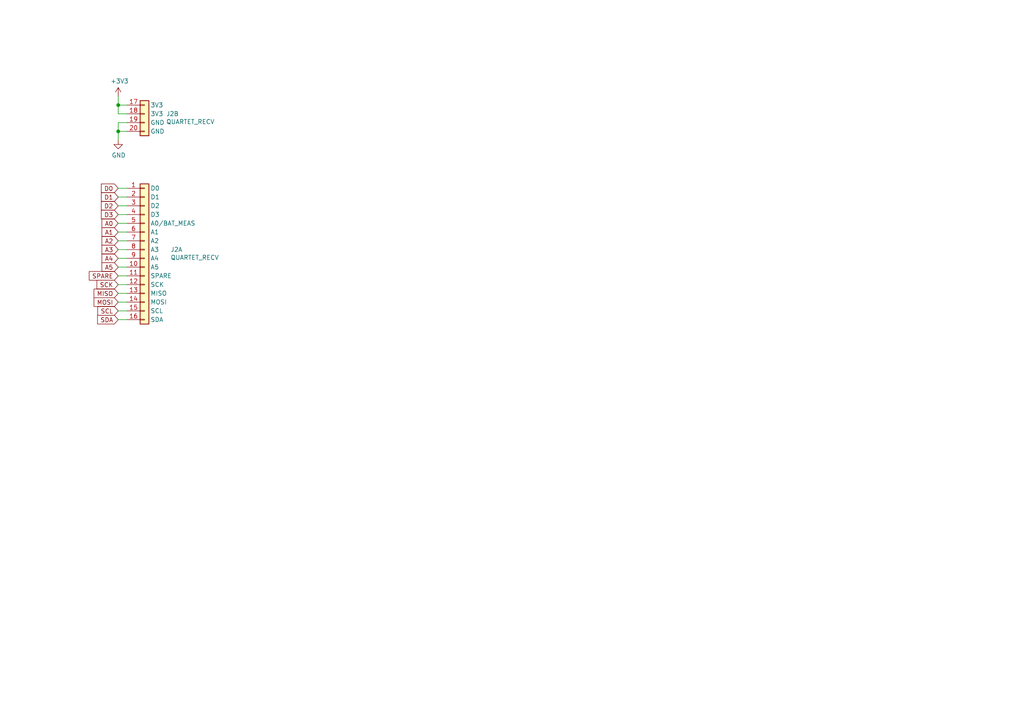
<source format=kicad_sch>
(kicad_sch (version 20230121) (generator eeschema)
  (paper "A4")
  (lib_symbols
    (symbol "power:+3V3" (power) (pin_names (offset 0))
      (property "Value" "+3V3" (at 0 3.556 0))
      (symbol "+3V3_0_1"
        (polyline (pts (xy -0.762 1.27) (xy 0 2.54)))
        (polyline (pts (xy 0 0) (xy 0 2.54)))
        (polyline (pts (xy 0 2.54) (xy 0.762 1.27)))
      )
      (symbol "+3V3_1_1"
        (pin power_in line (at 0 0 90) (length 0) hide (name "+3V3") (number "1"))
      )
    )
    (symbol "power:GND" (power) (pin_names (offset 0))
      (property "Value" "GND" (at 0 -3.81 0))
      (symbol "GND_0_1"
        (polyline (pts (xy 0 0) (xy 0 -1.27) (xy 1.27 -1.27) (xy 0 -2.54) (xy -1.27 -1.27) (xy 0 -1.27)))
      )
      (symbol "GND_1_1"
        (pin power_in line (at 0 0 270) (length 0) hide (name "GND") (number "1"))
      )
    )
    (symbol "quartet_breakout-rescue:QUARTET_RECV-gigahawk" (pin_names (offset 2.9972))
      (property "Reference" "J" (at 0 1.27 0))
      (property "Value" "gigahawk_QUARTET_RECV" (at 0 3.81 0))
      (symbol "QUARTET_RECV-gigahawk_1_1"
        (rectangle (start -1.27 -39.243) (end 0 -39.497) (stroke (width 0.1524)))
        (rectangle (start -1.27 -36.703) (end 0 -36.957) (stroke (width 0.1524)))
        (rectangle (start -1.27 -34.163) (end 0 -34.417) (stroke (width 0.1524)))
        (rectangle (start -1.27 -31.623) (end 0 -31.877) (stroke (width 0.1524)))
        (rectangle (start -1.27 -29.083) (end 0 -29.337) (stroke (width 0.1524)))
        (rectangle (start -1.27 -26.543) (end 0 -26.797) (stroke (width 0.1524)))
        (rectangle (start -1.27 -24.003) (end 0 -24.257) (stroke (width 0.1524)))
        (rectangle (start -1.27 -21.463) (end 0 -21.717) (stroke (width 0.1524)))
        (rectangle (start -1.27 -18.923) (end 0 -19.177) (stroke (width 0.1524)))
        (rectangle (start -1.27 -16.383) (end 0 -16.637) (stroke (width 0.1524)))
        (rectangle (start -1.27 -13.843) (end 0 -14.097) (stroke (width 0.1524)))
        (rectangle (start -1.27 -11.303) (end 0 -11.557) (stroke (width 0.1524)))
        (rectangle (start -1.27 -8.763) (end 0 -9.017) (stroke (width 0.1524)))
        (rectangle (start -1.27 -6.223) (end 0 -6.477) (stroke (width 0.1524)))
        (rectangle (start -1.27 -3.683) (end 0 -3.937) (stroke (width 0.1524)))
        (rectangle (start -1.27 -1.143) (end 0 -1.397) (stroke (width 0.1524)))
        (rectangle (start -1.27 0) (end 1.27 -40.64) (stroke (width 0.254)) (fill (type background)))
        (pin passive line (at -5.08 -1.27 0) (length 3.81) (name "D0") (number "1"))
        (pin passive line (at -5.08 -24.13 0) (length 3.81) (name "A5") (number "10"))
        (pin passive line (at -5.08 -26.67 0) (length 3.81) (name "SPARE") (number "11"))
        (pin passive line (at -5.08 -29.21 0) (length 3.81) (name "SCK") (number "12"))
        (pin passive line (at -5.08 -31.75 0) (length 3.81) (name "MISO") (number "13"))
        (pin passive line (at -5.08 -34.29 0) (length 3.81) (name "MOSI") (number "14"))
        (pin passive line (at -5.08 -36.83 0) (length 3.81) (name "SCL") (number "15"))
        (pin passive line (at -5.08 -39.37 0) (length 3.81) (name "SDA") (number "16"))
        (pin passive line (at -5.08 -3.81 0) (length 3.81) (name "D1") (number "2"))
        (pin passive line (at -5.08 -6.35 0) (length 3.81) (name "D2") (number "3"))
        (pin passive line (at -5.08 -8.89 0) (length 3.81) (name "D3") (number "4"))
        (pin passive line (at -5.08 -11.43 0) (length 3.81) (name "A0/BAT_MEAS") (number "5"))
        (pin passive line (at -5.08 -13.97 0) (length 3.81) (name "A1") (number "6"))
        (pin passive line (at -5.08 -16.51 0) (length 3.81) (name "A2") (number "7"))
        (pin passive line (at -5.08 -19.05 0) (length 3.81) (name "A3") (number "8"))
        (pin passive line (at -5.08 -21.59 0) (length 3.81) (name "A4") (number "9"))
      )
      (symbol "QUARTET_RECV-gigahawk_2_1"
        (rectangle (start -1.27 -8.763) (end 0 -9.017) (stroke (width 0.1524)))
        (rectangle (start -1.27 -6.223) (end 0 -6.477) (stroke (width 0.1524)))
        (rectangle (start -1.27 -3.683) (end 0 -3.937) (stroke (width 0.1524)))
        (rectangle (start -1.27 -1.143) (end 0 -1.397) (stroke (width 0.1524)))
        (rectangle (start -1.27 0) (end 1.27 -10.16) (stroke (width 0.254)) (fill (type background)))
        (pin passive line (at -5.08 -1.27 0) (length 3.81) (name "3V3") (number "17"))
        (pin passive line (at -5.08 -3.81 0) (length 3.81) (name "3V3") (number "18"))
        (pin passive line (at -5.08 -6.35 0) (length 3.81) (name "GND") (number "19"))
        (pin passive line (at -5.08 -8.89 0) (length 3.81) (name "GND") (number "20"))
      )
    )
  )
  (junction (at 34.29 30.48))
  (junction (at 34.29 38.1))
  (wire (pts (xy 36.83 54.61) (xy 34.29 54.61)))
  (wire (pts (xy 36.83 74.93) (xy 34.29 74.93)))
  (wire (pts (xy 34.29 90.17) (xy 36.83 90.17)))
  (wire (pts (xy 36.83 38.1) (xy 34.29 38.1)))
  (wire (pts (xy 34.29 62.23) (xy 36.83 62.23)))
  (wire (pts (xy 36.83 35.56) (xy 34.29 35.56)))
  (wire (pts (xy 36.83 30.48) (xy 34.29 30.48)))
  (wire (pts (xy 34.29 30.48) (xy 34.29 27.94)))
  (wire (pts (xy 36.83 87.63) (xy 34.29 87.63)))
  (wire (pts (xy 34.29 33.02) (xy 34.29 30.48)))
  (wire (pts (xy 34.29 72.39) (xy 36.83 72.39)))
  (wire (pts (xy 34.29 67.31) (xy 36.83 67.31)))
  (wire (pts (xy 34.29 82.55) (xy 36.83 82.55)))
  (wire (pts (xy 36.83 92.71) (xy 34.29 92.71)))
  (wire (pts (xy 36.83 59.69) (xy 34.29 59.69)))
  (wire (pts (xy 36.83 33.02) (xy 34.29 33.02)))
  (wire (pts (xy 36.83 64.77) (xy 34.29 64.77)))
  (wire (pts (xy 34.29 35.56) (xy 34.29 38.1)))
  (wire (pts (xy 34.29 77.47) (xy 36.83 77.47)))
  (wire (pts (xy 34.29 38.1) (xy 34.29 40.64)))
  (wire (pts (xy 34.29 85.09) (xy 36.83 85.09)))
  (wire (pts (xy 34.29 57.15) (xy 36.83 57.15)))
  (wire (pts (xy 36.83 80.01) (xy 34.29 80.01)))
  (wire (pts (xy 36.83 69.85) (xy 34.29 69.85)))
  (global_label "A5" (shape input) (at 34.29 77.47 180) (property "Intersheetrefs" "${INTERSHEET_REFS}" (effects hide)))
  (global_label "A4" (shape input) (at 34.29 74.93 180) (property "Intersheetrefs" "${INTERSHEET_REFS}" (effects hide)))
  (global_label "SPARE" (shape input) (at 34.29 80.01 180) (property "Intersheetrefs" "${INTERSHEET_REFS}" (effects hide)))
  (global_label "A3" (shape input) (at 34.29 72.39 180) (property "Intersheetrefs" "${INTERSHEET_REFS}" (effects hide)))
  (global_label "D0" (shape input) (at 34.29 54.61 180) (property "Intersheetrefs" "${INTERSHEET_REFS}" (effects hide)))
  (global_label "D1" (shape input) (at 34.29 57.15 180) (property "Intersheetrefs" "${INTERSHEET_REFS}" (effects hide)))
  (global_label "D3" (shape input) (at 34.29 62.23 180) (property "Intersheetrefs" "${INTERSHEET_REFS}" (effects hide)))
  (global_label "D2" (shape input) (at 34.29 59.69 180) (property "Intersheetrefs" "${INTERSHEET_REFS}" (effects hide)))
  (global_label "SCK" (shape input) (at 34.29 82.55 180) (property "Intersheetrefs" "${INTERSHEET_REFS}" (effects hide)))
  (global_label "SCL" (shape input) (at 34.29 90.17 180) (property "Intersheetrefs" "${INTERSHEET_REFS}" (effects hide)))
  (global_label "A0" (shape input) (at 34.29 64.77 180) (property "Intersheetrefs" "${INTERSHEET_REFS}" (effects hide)))
  (global_label "MISO" (shape input) (at 34.29 85.09 180) (property "Intersheetrefs" "${INTERSHEET_REFS}" (effects hide)))
  (global_label "A2" (shape input) (at 34.29 69.85 180) (property "Intersheetrefs" "${INTERSHEET_REFS}" (effects hide)))
  (global_label "SDA" (shape input) (at 34.29 92.71 180) (property "Intersheetrefs" "${INTERSHEET_REFS}" (effects hide)))
  (global_label "MOSI" (shape input) (at 34.29 87.63 180) (property "Intersheetrefs" "${INTERSHEET_REFS}" (effects hide)))
  (global_label "A1" (shape input) (at 34.29 67.31 180) (property "Intersheetrefs" "${INTERSHEET_REFS}" (effects hide)))
  (symbol (lib_id "quartet_breakout-rescue:QUARTET_RECV-gigahawk") (at 41.91 53.34 0) (unit 1)
    (property "Reference" "J2" (at 49.4538 72.39 0) (effects (justify left)))
    (property "Value" "QUARTET_RECV" (at 49.4538 74.7014 0) (effects (justify left)))
    (property "Footprint" "Gigahawk:QUARTET_RECV_MATRIX" (effects hide))
    (property "Part Numbers" "F519-1A7A1-11004-E200; F519-1A7A1-11016-E200" (effects hide))
  )
  (symbol (lib_id "quartet_breakout-rescue:QUARTET_RECV-gigahawk") (at 41.91 29.21 0) (unit 2)
    (property "Reference" "J2" (at 48.1838 33.02 0) (effects (justify left)))
    (property "Value" "QUARTET_RECV" (at 48.1838 35.3314 0) (effects (justify left)))
    (property "Footprint" "Gigahawk:QUARTET_RECV_MATRIX" (effects hide))
  )
  (symbol (lib_id "power:GND") (at 34.29 40.64 0) (unit 1)
    (property "Reference" "#PWR?" (effects hide))
    (property "Value" "GND" (at 34.417 45.0342 0))
    (instances (project "quartet_breakout" (path "" (reference "#PWR04") (unit 1))))
  )
  (symbol (lib_id "power:+3V3") (at 34.29 27.94 0) (unit 1)
    (property "Reference" "#PWR0110" (effects hide))
    (property "Value" "+3V3" (at 34.671 23.5458 0))
  )
)
</source>
